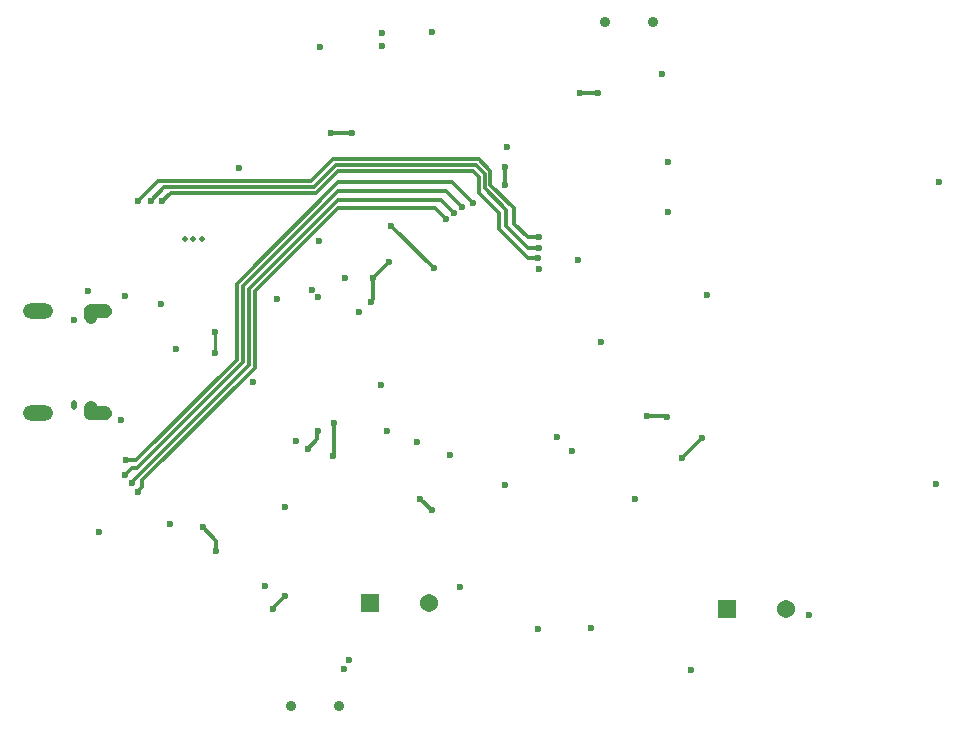
<source format=gbr>
%TF.GenerationSoftware,Altium Limited,Altium Designer,25.3.3 (18)*%
G04 Layer_Physical_Order=4*
G04 Layer_Color=16711680*
%FSLAX45Y45*%
%MOMM*%
%TF.SameCoordinates,C60B5D50-6102-498E-8A7F-52ABF2EF578F*%
%TF.FilePolarity,Positive*%
%TF.FileFunction,Copper,L4,Bot,Signal*%
%TF.Part,Single*%
G01*
G75*
%TA.AperFunction,SMDPad,CuDef*%
%ADD35C,1.20655*%
%TA.AperFunction,Conductor*%
%ADD56C,0.30000*%
%ADD57C,0.26017*%
%TA.AperFunction,ComponentPad*%
%ADD58C,0.90000*%
G04:AMPARAMS|DCode=59|XSize=1.25mm|YSize=0.6mm|CornerRadius=0.3mm|HoleSize=0mm|Usage=FLASHONLY|Rotation=90.000|XOffset=0mm|YOffset=0mm|HoleType=Round|Shape=RoundedRectangle|*
%AMROUNDEDRECTD59*
21,1,1.25000,0.00000,0,0,90.0*
21,1,0.65000,0.60000,0,0,90.0*
1,1,0.60000,0.00000,0.32500*
1,1,0.60000,0.00000,-0.32500*
1,1,0.60000,0.00000,-0.32500*
1,1,0.60000,0.00000,0.32500*
%
%ADD59ROUNDEDRECTD59*%
G04:AMPARAMS|DCode=60|XSize=2.6mm|YSize=1.3mm|CornerRadius=0.65mm|HoleSize=0mm|Usage=FLASHONLY|Rotation=180.000|XOffset=0mm|YOffset=0mm|HoleType=Round|Shape=RoundedRectangle|*
%AMROUNDEDRECTD60*
21,1,2.60000,0.00000,0,0,180.0*
21,1,1.30000,1.30000,0,0,180.0*
1,1,1.30000,-0.65000,0.00000*
1,1,1.30000,0.65000,0.00000*
1,1,1.30000,0.65000,0.00000*
1,1,1.30000,-0.65000,0.00000*
%
%ADD60ROUNDEDRECTD60*%
G04:AMPARAMS|DCode=61|XSize=0.6mm|YSize=1.9mm|CornerRadius=0.3mm|HoleSize=0mm|Usage=FLASHONLY|Rotation=90.000|XOffset=0mm|YOffset=0mm|HoleType=Round|Shape=RoundedRectangle|*
%AMROUNDEDRECTD61*
21,1,0.60000,1.30000,0,0,90.0*
21,1,0.00000,1.90000,0,0,90.0*
1,1,0.60000,0.65000,0.00000*
1,1,0.60000,0.65000,0.00000*
1,1,0.60000,-0.65000,0.00000*
1,1,0.60000,-0.65000,0.00000*
%
%ADD61ROUNDEDRECTD61*%
%ADD62C,0.60000*%
G04:AMPARAMS|DCode=63|XSize=0.85mm|YSize=0.5mm|CornerRadius=0.25mm|HoleSize=0mm|Usage=FLASHONLY|Rotation=270.000|XOffset=0mm|YOffset=0mm|HoleType=Round|Shape=RoundedRectangle|*
%AMROUNDEDRECTD63*
21,1,0.85000,0.00000,0,0,270.0*
21,1,0.35000,0.50000,0,0,270.0*
1,1,0.50000,0.00000,-0.17500*
1,1,0.50000,0.00000,0.17500*
1,1,0.50000,0.00000,0.17500*
1,1,0.50000,0.00000,-0.17500*
%
%ADD63ROUNDEDRECTD63*%
%ADD64C,1.54060*%
%ADD65R,1.54060X1.54060*%
%TA.AperFunction,ViaPad*%
%ADD66C,0.60000*%
%ADD67C,0.50000*%
G36*
X6572500Y7123507D02*
X6584435D01*
X6606487Y7114372D01*
X6623366Y7097494D01*
X6632500Y7075442D01*
Y7051572D01*
X6623366Y7029520D01*
X6606487Y7012641D01*
X6584435Y7003507D01*
X6572500D01*
X6572500Y7003507D01*
X6462500Y7003507D01*
X6450565D01*
X6428513Y7012641D01*
X6411634Y7029520D01*
X6402500Y7051572D01*
X6402500Y7063507D01*
X6402500Y7063508D01*
X6402500Y7123507D01*
X6404273Y7133103D01*
X6414205Y7149903D01*
X6429310Y7162261D01*
X6447744Y7168668D01*
X6457501Y7168506D01*
X6467257Y7168668D01*
X6485691Y7162261D01*
X6500796Y7149903D01*
X6510727Y7133102D01*
X6512500Y7123507D01*
X6512501Y7123507D01*
X6572500Y7123507D01*
D02*
G37*
G36*
X6572505Y7867490D02*
X6584439D01*
X6606492Y7876624D01*
X6623370Y7893503D01*
X6632505Y7915555D01*
Y7939425D01*
X6623370Y7961477D01*
X6606492Y7978355D01*
X6584439Y7987490D01*
X6572505D01*
X6572505D01*
X6462504Y7987489D01*
X6450570D01*
X6428517Y7978355D01*
X6411639Y7961477D01*
X6402504Y7939424D01*
X6402505Y7927489D01*
D01*
Y7867489D01*
X6404278Y7857894D01*
X6414209Y7841094D01*
X6429314Y7828735D01*
X6447749Y7822328D01*
X6457505Y7822490D01*
X6457505Y7822490D01*
X6467262Y7822327D01*
X6485696Y7828735D01*
X6500800Y7841093D01*
X6510732Y7857893D01*
X6512505Y7867489D01*
X6512504Y7867490D01*
X6572505Y7867490D01*
D02*
G37*
D35*
X6469535Y7920459D02*
D03*
X6469531Y7070538D02*
D03*
D56*
X8827500Y8006992D02*
Y8015109D01*
X8842500Y8030109D01*
Y8207500D01*
X7402500Y6097500D02*
X7517500Y5982500D01*
Y5895000D02*
Y5982500D01*
X8000000Y5410000D02*
Y5412500D01*
X8102500Y5515000D01*
Y5517500D01*
X6860000Y6397500D02*
Y6405618D01*
X6893750Y6439368D01*
Y6498750D01*
X6805000Y6475000D02*
Y6480710D01*
X6747500Y6545000D02*
X6750325D01*
X6801946Y6596620D01*
X6844120D01*
X6841790Y6665000D02*
X7692500Y7515710D01*
X6757500Y6665000D02*
X6841790D01*
X6844120Y6596620D02*
X7742500Y7495000D01*
X6805000Y6480710D02*
X7795000Y7470710D01*
X6893750Y6498750D02*
X7845000Y7450000D01*
X9345000Y6242500D02*
X9347500D01*
X9247500Y6340000D02*
X9345000Y6242500D01*
X9245000Y6340000D02*
X9247500D01*
X11465000Y6687500D02*
Y6688750D01*
X11627500Y6851250D01*
Y6852500D01*
X7845000Y7450000D02*
Y8097500D01*
X8550000Y8802500D01*
X9375000D01*
X7742500Y8140000D02*
X8550000Y8947500D01*
X8549290Y9017500D02*
X9515000D01*
X7692500Y7515710D02*
Y8160710D01*
X7795000Y7470710D02*
Y8118210D01*
X7742500Y7495000D02*
Y8140000D01*
X7795000Y8118210D02*
X8549290Y8872500D01*
X7692500Y8160710D02*
X8549290Y9017500D01*
X8550000Y8947500D02*
X9465000D01*
X8549290Y8872500D02*
X9422500D01*
X8512500Y6982500D02*
X8515000Y6985000D01*
X8512500Y6702500D02*
Y6982500D01*
X8510000Y6700000D02*
X8512500Y6702500D01*
X8374260Y6911760D02*
X8380000Y6917500D01*
X8295000Y6765000D02*
X8374260Y6844260D01*
Y6911760D01*
X8367500Y8927500D02*
X8553466Y9113466D01*
X9691534D01*
X9740000Y8932500D02*
Y9065000D01*
X8320000Y9027500D02*
X8505966Y9213466D01*
X9691534Y9113466D02*
X9740000Y9065000D01*
X8530966Y9163466D02*
X9719034D01*
X8505966Y9213466D02*
X9739744D01*
X9840000Y9113210D01*
X9719034Y9163466D02*
X9790000Y9092500D01*
X8345000Y8977500D02*
X8530966Y9163466D01*
X9790000Y8970000D02*
X9972500Y8787500D01*
X9790000Y8970000D02*
Y9092500D01*
X9840000Y8995000D02*
Y9113210D01*
X9740000Y8932500D02*
X9912500Y8760000D01*
X9840000Y8995000D02*
X10037500Y8797500D01*
X6855000Y8857500D02*
X7025000Y9027500D01*
X8320000D01*
X7080000Y8977500D02*
X8345000D01*
X7132500Y8927500D02*
X8367500D01*
X6962500Y8860000D02*
X7080000Y8977500D01*
X9515000Y9017500D02*
X9690000Y8842500D01*
X7062500Y8857500D02*
X7132500Y8927500D01*
X9912500Y8622500D02*
Y8760000D01*
Y8622500D02*
X10157500Y8377500D01*
X10245000D01*
X9972500Y8645000D02*
X10155000Y8462500D01*
X10247500D01*
X10037500Y8670000D02*
Y8797500D01*
X9972500Y8645000D02*
Y8787500D01*
X10037500Y8670000D02*
X10154038Y8553462D01*
X10248462D01*
X9375000Y8802500D02*
X9467340Y8710160D01*
X9422500Y8872500D02*
X9534676Y8760324D01*
X9465000Y8947500D02*
X9599186Y8813315D01*
X9360000Y8290000D02*
X9365000D01*
X8842500Y8207500D02*
X8980000Y8345000D01*
X10753750Y9776250D02*
X10755000Y9775000D01*
X10601250Y9776250D02*
X10753750D01*
X10600000Y9777500D02*
X10601250Y9776250D01*
X9002500Y8647500D02*
X9360000Y8290000D01*
X8997500Y8647500D02*
X9002500D01*
X11330000Y7037500D02*
X11332500Y7035000D01*
X11167500Y7037500D02*
X11330000D01*
X11165000Y7040000D02*
X11167500Y7037500D01*
X9967462Y8997538D02*
X9967500Y8997500D01*
X9967462Y8997538D02*
Y9152462D01*
X9967424Y9152500D02*
X9967462Y9152462D01*
X8668843Y9436205D02*
X8670000Y9435049D01*
X8493656Y9436205D02*
X8668843D01*
X8492500Y9437362D02*
X8493656Y9436205D01*
D57*
X7510000Y7572500D02*
X7510804Y7571696D01*
X7510000Y7572500D02*
Y7755000D01*
D58*
X10812500Y10375000D02*
D03*
X11212500D02*
D03*
X8555000Y4582500D02*
D03*
X8155000D02*
D03*
D59*
X6452500Y7895000D02*
D03*
X6452500Y7096000D02*
D03*
D60*
X6012500Y7063500D02*
D03*
Y7927500D02*
D03*
D61*
X6517500D02*
D03*
Y7063500D02*
D03*
D62*
X6317500Y7855500D02*
D03*
D63*
Y7135500D02*
D03*
D64*
X12340190Y5407500D02*
D03*
X9322690Y5455000D02*
D03*
D65*
X11839810Y5407500D02*
D03*
X8822310Y5455000D02*
D03*
D66*
X8640000Y4977500D02*
D03*
X8602500Y4897500D02*
D03*
X8827500Y8006992D02*
D03*
X7047500Y7990000D02*
D03*
X13612500Y6467500D02*
D03*
X11677500Y8067500D02*
D03*
X7402500Y6097500D02*
D03*
X7517500Y5895000D02*
D03*
X8000000Y5410000D02*
D03*
X8102500Y5517500D02*
D03*
X6525000Y6057500D02*
D03*
X7510804Y7571696D02*
D03*
X7510000Y7755000D02*
D03*
X11340000Y8767500D02*
D03*
X11347500Y9192500D02*
D03*
X13637500Y9025000D02*
D03*
X6860000Y6397500D02*
D03*
X6805000Y6475000D02*
D03*
X6747500Y6545000D02*
D03*
X6757500Y6665000D02*
D03*
X8101317Y6266183D02*
D03*
X7930000Y5597500D02*
D03*
X9347500Y6242500D02*
D03*
X9245000Y6340000D02*
D03*
X11465000Y6687500D02*
D03*
X11627500Y6852500D02*
D03*
X8030000Y8032500D02*
D03*
X8607500Y8205000D02*
D03*
X8326716Y8108284D02*
D03*
X8383284Y8051716D02*
D03*
X8515000Y6985000D02*
D03*
X8510000Y6700000D02*
D03*
X8730000Y7920000D02*
D03*
X9220000Y6822500D02*
D03*
X8910000Y7302500D02*
D03*
X8965000Y6917500D02*
D03*
X8380000D02*
D03*
X8295000Y6765000D02*
D03*
X8195000Y6830000D02*
D03*
X7062500Y8857500D02*
D03*
X6962500Y8860000D02*
D03*
X6855000Y8857500D02*
D03*
X10248462Y8553462D02*
D03*
X8392500Y8522500D02*
D03*
X7830000Y7330000D02*
D03*
X10245000Y8377500D02*
D03*
X10247500Y8462500D02*
D03*
X9690000Y8842500D02*
D03*
X9599186Y8813315D02*
D03*
X9534676Y8760324D02*
D03*
X9467340Y8710160D02*
D03*
X9365000Y8290000D02*
D03*
X8920000Y10170000D02*
D03*
X8980000Y8345000D02*
D03*
X8842500Y8207500D02*
D03*
X10755000Y9775000D02*
D03*
X10600000Y9777500D02*
D03*
X9962500Y6460000D02*
D03*
X9498297Y6711702D02*
D03*
X9585000Y5590000D02*
D03*
X7712500Y9140000D02*
D03*
X8920000Y10285000D02*
D03*
X8400000Y10167500D02*
D03*
X9347500Y10290000D02*
D03*
X9982500Y9317500D02*
D03*
X11292500Y9932500D02*
D03*
X10772500Y7665000D02*
D03*
X10247500Y8287500D02*
D03*
X10585000Y8357500D02*
D03*
X8997500Y8647500D02*
D03*
X10405962Y6860962D02*
D03*
X10527500Y6742500D02*
D03*
X12535000Y5357500D02*
D03*
X11535000Y4892500D02*
D03*
X10687500Y5247500D02*
D03*
X10245000Y5240000D02*
D03*
X7130000Y6127500D02*
D03*
X11165000Y7040000D02*
D03*
X11332500Y7035000D02*
D03*
X11065000Y6337500D02*
D03*
X6435000Y8102500D02*
D03*
X6712500Y7007500D02*
D03*
X6742500Y8052500D02*
D03*
X7180000Y7607500D02*
D03*
X9967424Y9152500D02*
D03*
X9967500Y8997500D02*
D03*
X8670000Y9435049D02*
D03*
X8492500Y9437362D02*
D03*
D67*
X7325000Y8542500D02*
D03*
X7400000D02*
D03*
X7249999D02*
D03*
%TF.MD5,9186d2911a58e6d7948688879279db5d*%
M02*

</source>
